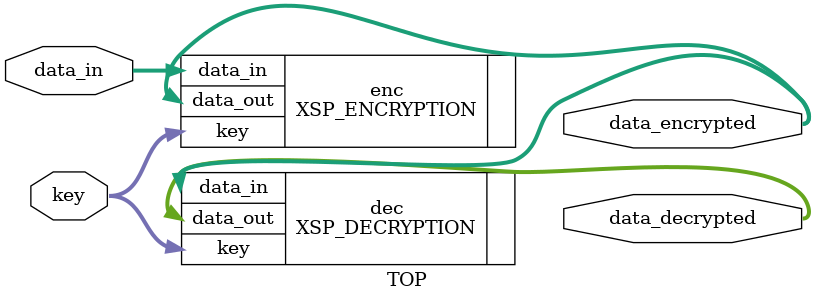
<source format=v>
`timescale 1ns / 1ps


module TOP (
    input [7:0] data_in,
    input [7:0] key,
    output [7:0] data_encrypted,
    output [7:0] data_decrypted
);
    // Instantiate the encryption module
    
    
    
    XSP_ENCRYPTION enc (
        .data_in(data_in),
        .key(key),
        .data_out(data_encrypted)
    );

    // Instantiate the decryption module
    XSP_DECRYPTION dec (
        .data_in(data_encrypted),
        .key(key),
        .data_out(data_decrypted)
    );
endmodule

</source>
